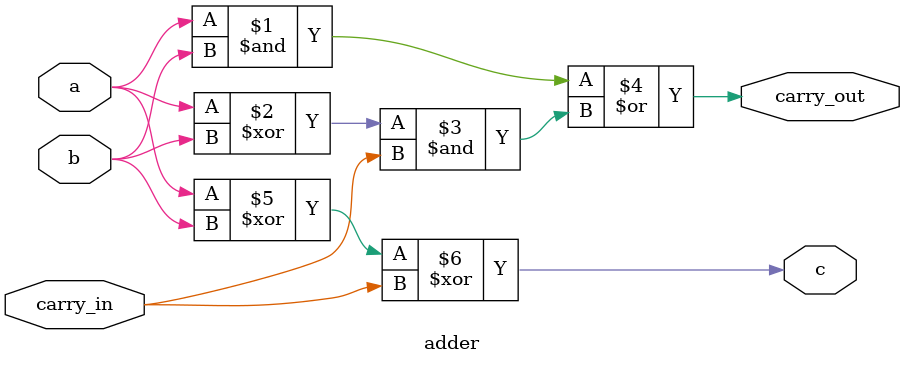
<source format=v>
module adder(
    input a,
    input b,
    input carry_in,
    output c,
    output carry_out
);

assign carry_out = (a & b) | ((a ^ b) & carry_in);
assign c = (a ^ b) ^ carry_in;

endmodule

</source>
